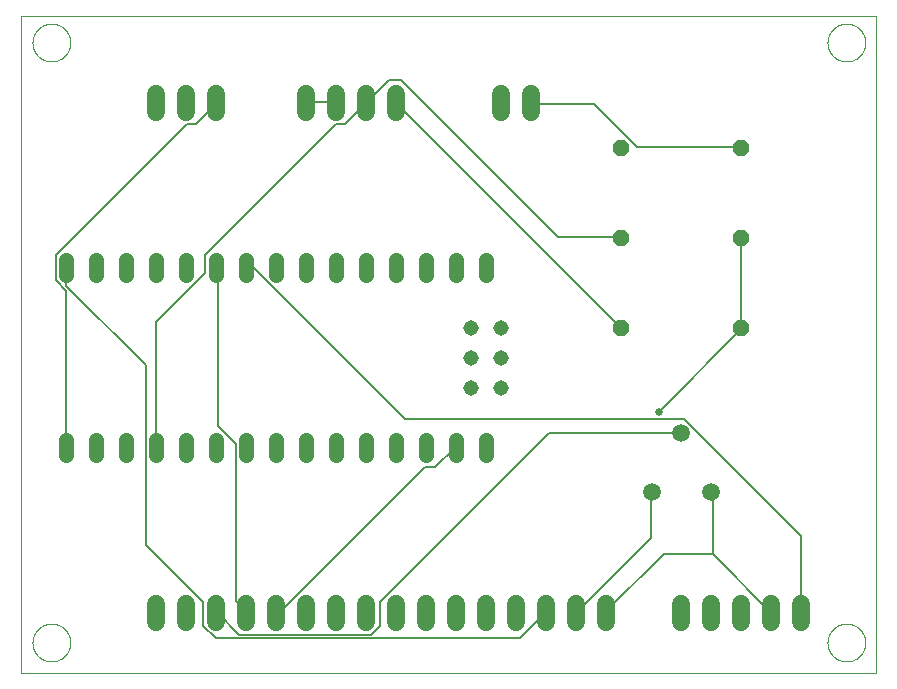
<source format=gtl>
G75*
%MOIN*%
%OFA0B0*%
%FSLAX25Y25*%
%IPPOS*%
%LPD*%
%AMOC8*
5,1,8,0,0,1.08239X$1,22.5*
%
%ADD10C,0.00000*%
%ADD11C,0.06000*%
%ADD12C,0.05937*%
%ADD13OC8,0.05200*%
%ADD14C,0.05150*%
%ADD15C,0.05150*%
%ADD16C,0.00600*%
%ADD17C,0.02578*%
D10*
X0001000Y0001000D02*
X0001000Y0219701D01*
X0285921Y0219701D01*
X0285921Y0001000D01*
X0001000Y0001000D01*
X0004701Y0011000D02*
X0004703Y0011158D01*
X0004709Y0011316D01*
X0004719Y0011474D01*
X0004733Y0011632D01*
X0004751Y0011789D01*
X0004772Y0011946D01*
X0004798Y0012102D01*
X0004828Y0012258D01*
X0004861Y0012413D01*
X0004899Y0012566D01*
X0004940Y0012719D01*
X0004985Y0012871D01*
X0005034Y0013022D01*
X0005087Y0013171D01*
X0005143Y0013319D01*
X0005203Y0013465D01*
X0005267Y0013610D01*
X0005335Y0013753D01*
X0005406Y0013895D01*
X0005480Y0014035D01*
X0005558Y0014172D01*
X0005640Y0014308D01*
X0005724Y0014442D01*
X0005813Y0014573D01*
X0005904Y0014702D01*
X0005999Y0014829D01*
X0006096Y0014954D01*
X0006197Y0015076D01*
X0006301Y0015195D01*
X0006408Y0015312D01*
X0006518Y0015426D01*
X0006631Y0015537D01*
X0006746Y0015646D01*
X0006864Y0015751D01*
X0006985Y0015853D01*
X0007108Y0015953D01*
X0007234Y0016049D01*
X0007362Y0016142D01*
X0007492Y0016232D01*
X0007625Y0016318D01*
X0007760Y0016402D01*
X0007896Y0016481D01*
X0008035Y0016558D01*
X0008176Y0016630D01*
X0008318Y0016700D01*
X0008462Y0016765D01*
X0008608Y0016827D01*
X0008755Y0016885D01*
X0008904Y0016940D01*
X0009054Y0016991D01*
X0009205Y0017038D01*
X0009357Y0017081D01*
X0009510Y0017120D01*
X0009665Y0017156D01*
X0009820Y0017187D01*
X0009976Y0017215D01*
X0010132Y0017239D01*
X0010289Y0017259D01*
X0010447Y0017275D01*
X0010604Y0017287D01*
X0010763Y0017295D01*
X0010921Y0017299D01*
X0011079Y0017299D01*
X0011237Y0017295D01*
X0011396Y0017287D01*
X0011553Y0017275D01*
X0011711Y0017259D01*
X0011868Y0017239D01*
X0012024Y0017215D01*
X0012180Y0017187D01*
X0012335Y0017156D01*
X0012490Y0017120D01*
X0012643Y0017081D01*
X0012795Y0017038D01*
X0012946Y0016991D01*
X0013096Y0016940D01*
X0013245Y0016885D01*
X0013392Y0016827D01*
X0013538Y0016765D01*
X0013682Y0016700D01*
X0013824Y0016630D01*
X0013965Y0016558D01*
X0014104Y0016481D01*
X0014240Y0016402D01*
X0014375Y0016318D01*
X0014508Y0016232D01*
X0014638Y0016142D01*
X0014766Y0016049D01*
X0014892Y0015953D01*
X0015015Y0015853D01*
X0015136Y0015751D01*
X0015254Y0015646D01*
X0015369Y0015537D01*
X0015482Y0015426D01*
X0015592Y0015312D01*
X0015699Y0015195D01*
X0015803Y0015076D01*
X0015904Y0014954D01*
X0016001Y0014829D01*
X0016096Y0014702D01*
X0016187Y0014573D01*
X0016276Y0014442D01*
X0016360Y0014308D01*
X0016442Y0014172D01*
X0016520Y0014035D01*
X0016594Y0013895D01*
X0016665Y0013753D01*
X0016733Y0013610D01*
X0016797Y0013465D01*
X0016857Y0013319D01*
X0016913Y0013171D01*
X0016966Y0013022D01*
X0017015Y0012871D01*
X0017060Y0012719D01*
X0017101Y0012566D01*
X0017139Y0012413D01*
X0017172Y0012258D01*
X0017202Y0012102D01*
X0017228Y0011946D01*
X0017249Y0011789D01*
X0017267Y0011632D01*
X0017281Y0011474D01*
X0017291Y0011316D01*
X0017297Y0011158D01*
X0017299Y0011000D01*
X0017297Y0010842D01*
X0017291Y0010684D01*
X0017281Y0010526D01*
X0017267Y0010368D01*
X0017249Y0010211D01*
X0017228Y0010054D01*
X0017202Y0009898D01*
X0017172Y0009742D01*
X0017139Y0009587D01*
X0017101Y0009434D01*
X0017060Y0009281D01*
X0017015Y0009129D01*
X0016966Y0008978D01*
X0016913Y0008829D01*
X0016857Y0008681D01*
X0016797Y0008535D01*
X0016733Y0008390D01*
X0016665Y0008247D01*
X0016594Y0008105D01*
X0016520Y0007965D01*
X0016442Y0007828D01*
X0016360Y0007692D01*
X0016276Y0007558D01*
X0016187Y0007427D01*
X0016096Y0007298D01*
X0016001Y0007171D01*
X0015904Y0007046D01*
X0015803Y0006924D01*
X0015699Y0006805D01*
X0015592Y0006688D01*
X0015482Y0006574D01*
X0015369Y0006463D01*
X0015254Y0006354D01*
X0015136Y0006249D01*
X0015015Y0006147D01*
X0014892Y0006047D01*
X0014766Y0005951D01*
X0014638Y0005858D01*
X0014508Y0005768D01*
X0014375Y0005682D01*
X0014240Y0005598D01*
X0014104Y0005519D01*
X0013965Y0005442D01*
X0013824Y0005370D01*
X0013682Y0005300D01*
X0013538Y0005235D01*
X0013392Y0005173D01*
X0013245Y0005115D01*
X0013096Y0005060D01*
X0012946Y0005009D01*
X0012795Y0004962D01*
X0012643Y0004919D01*
X0012490Y0004880D01*
X0012335Y0004844D01*
X0012180Y0004813D01*
X0012024Y0004785D01*
X0011868Y0004761D01*
X0011711Y0004741D01*
X0011553Y0004725D01*
X0011396Y0004713D01*
X0011237Y0004705D01*
X0011079Y0004701D01*
X0010921Y0004701D01*
X0010763Y0004705D01*
X0010604Y0004713D01*
X0010447Y0004725D01*
X0010289Y0004741D01*
X0010132Y0004761D01*
X0009976Y0004785D01*
X0009820Y0004813D01*
X0009665Y0004844D01*
X0009510Y0004880D01*
X0009357Y0004919D01*
X0009205Y0004962D01*
X0009054Y0005009D01*
X0008904Y0005060D01*
X0008755Y0005115D01*
X0008608Y0005173D01*
X0008462Y0005235D01*
X0008318Y0005300D01*
X0008176Y0005370D01*
X0008035Y0005442D01*
X0007896Y0005519D01*
X0007760Y0005598D01*
X0007625Y0005682D01*
X0007492Y0005768D01*
X0007362Y0005858D01*
X0007234Y0005951D01*
X0007108Y0006047D01*
X0006985Y0006147D01*
X0006864Y0006249D01*
X0006746Y0006354D01*
X0006631Y0006463D01*
X0006518Y0006574D01*
X0006408Y0006688D01*
X0006301Y0006805D01*
X0006197Y0006924D01*
X0006096Y0007046D01*
X0005999Y0007171D01*
X0005904Y0007298D01*
X0005813Y0007427D01*
X0005724Y0007558D01*
X0005640Y0007692D01*
X0005558Y0007828D01*
X0005480Y0007965D01*
X0005406Y0008105D01*
X0005335Y0008247D01*
X0005267Y0008390D01*
X0005203Y0008535D01*
X0005143Y0008681D01*
X0005087Y0008829D01*
X0005034Y0008978D01*
X0004985Y0009129D01*
X0004940Y0009281D01*
X0004899Y0009434D01*
X0004861Y0009587D01*
X0004828Y0009742D01*
X0004798Y0009898D01*
X0004772Y0010054D01*
X0004751Y0010211D01*
X0004733Y0010368D01*
X0004719Y0010526D01*
X0004709Y0010684D01*
X0004703Y0010842D01*
X0004701Y0011000D01*
X0004701Y0211000D02*
X0004703Y0211158D01*
X0004709Y0211316D01*
X0004719Y0211474D01*
X0004733Y0211632D01*
X0004751Y0211789D01*
X0004772Y0211946D01*
X0004798Y0212102D01*
X0004828Y0212258D01*
X0004861Y0212413D01*
X0004899Y0212566D01*
X0004940Y0212719D01*
X0004985Y0212871D01*
X0005034Y0213022D01*
X0005087Y0213171D01*
X0005143Y0213319D01*
X0005203Y0213465D01*
X0005267Y0213610D01*
X0005335Y0213753D01*
X0005406Y0213895D01*
X0005480Y0214035D01*
X0005558Y0214172D01*
X0005640Y0214308D01*
X0005724Y0214442D01*
X0005813Y0214573D01*
X0005904Y0214702D01*
X0005999Y0214829D01*
X0006096Y0214954D01*
X0006197Y0215076D01*
X0006301Y0215195D01*
X0006408Y0215312D01*
X0006518Y0215426D01*
X0006631Y0215537D01*
X0006746Y0215646D01*
X0006864Y0215751D01*
X0006985Y0215853D01*
X0007108Y0215953D01*
X0007234Y0216049D01*
X0007362Y0216142D01*
X0007492Y0216232D01*
X0007625Y0216318D01*
X0007760Y0216402D01*
X0007896Y0216481D01*
X0008035Y0216558D01*
X0008176Y0216630D01*
X0008318Y0216700D01*
X0008462Y0216765D01*
X0008608Y0216827D01*
X0008755Y0216885D01*
X0008904Y0216940D01*
X0009054Y0216991D01*
X0009205Y0217038D01*
X0009357Y0217081D01*
X0009510Y0217120D01*
X0009665Y0217156D01*
X0009820Y0217187D01*
X0009976Y0217215D01*
X0010132Y0217239D01*
X0010289Y0217259D01*
X0010447Y0217275D01*
X0010604Y0217287D01*
X0010763Y0217295D01*
X0010921Y0217299D01*
X0011079Y0217299D01*
X0011237Y0217295D01*
X0011396Y0217287D01*
X0011553Y0217275D01*
X0011711Y0217259D01*
X0011868Y0217239D01*
X0012024Y0217215D01*
X0012180Y0217187D01*
X0012335Y0217156D01*
X0012490Y0217120D01*
X0012643Y0217081D01*
X0012795Y0217038D01*
X0012946Y0216991D01*
X0013096Y0216940D01*
X0013245Y0216885D01*
X0013392Y0216827D01*
X0013538Y0216765D01*
X0013682Y0216700D01*
X0013824Y0216630D01*
X0013965Y0216558D01*
X0014104Y0216481D01*
X0014240Y0216402D01*
X0014375Y0216318D01*
X0014508Y0216232D01*
X0014638Y0216142D01*
X0014766Y0216049D01*
X0014892Y0215953D01*
X0015015Y0215853D01*
X0015136Y0215751D01*
X0015254Y0215646D01*
X0015369Y0215537D01*
X0015482Y0215426D01*
X0015592Y0215312D01*
X0015699Y0215195D01*
X0015803Y0215076D01*
X0015904Y0214954D01*
X0016001Y0214829D01*
X0016096Y0214702D01*
X0016187Y0214573D01*
X0016276Y0214442D01*
X0016360Y0214308D01*
X0016442Y0214172D01*
X0016520Y0214035D01*
X0016594Y0213895D01*
X0016665Y0213753D01*
X0016733Y0213610D01*
X0016797Y0213465D01*
X0016857Y0213319D01*
X0016913Y0213171D01*
X0016966Y0213022D01*
X0017015Y0212871D01*
X0017060Y0212719D01*
X0017101Y0212566D01*
X0017139Y0212413D01*
X0017172Y0212258D01*
X0017202Y0212102D01*
X0017228Y0211946D01*
X0017249Y0211789D01*
X0017267Y0211632D01*
X0017281Y0211474D01*
X0017291Y0211316D01*
X0017297Y0211158D01*
X0017299Y0211000D01*
X0017297Y0210842D01*
X0017291Y0210684D01*
X0017281Y0210526D01*
X0017267Y0210368D01*
X0017249Y0210211D01*
X0017228Y0210054D01*
X0017202Y0209898D01*
X0017172Y0209742D01*
X0017139Y0209587D01*
X0017101Y0209434D01*
X0017060Y0209281D01*
X0017015Y0209129D01*
X0016966Y0208978D01*
X0016913Y0208829D01*
X0016857Y0208681D01*
X0016797Y0208535D01*
X0016733Y0208390D01*
X0016665Y0208247D01*
X0016594Y0208105D01*
X0016520Y0207965D01*
X0016442Y0207828D01*
X0016360Y0207692D01*
X0016276Y0207558D01*
X0016187Y0207427D01*
X0016096Y0207298D01*
X0016001Y0207171D01*
X0015904Y0207046D01*
X0015803Y0206924D01*
X0015699Y0206805D01*
X0015592Y0206688D01*
X0015482Y0206574D01*
X0015369Y0206463D01*
X0015254Y0206354D01*
X0015136Y0206249D01*
X0015015Y0206147D01*
X0014892Y0206047D01*
X0014766Y0205951D01*
X0014638Y0205858D01*
X0014508Y0205768D01*
X0014375Y0205682D01*
X0014240Y0205598D01*
X0014104Y0205519D01*
X0013965Y0205442D01*
X0013824Y0205370D01*
X0013682Y0205300D01*
X0013538Y0205235D01*
X0013392Y0205173D01*
X0013245Y0205115D01*
X0013096Y0205060D01*
X0012946Y0205009D01*
X0012795Y0204962D01*
X0012643Y0204919D01*
X0012490Y0204880D01*
X0012335Y0204844D01*
X0012180Y0204813D01*
X0012024Y0204785D01*
X0011868Y0204761D01*
X0011711Y0204741D01*
X0011553Y0204725D01*
X0011396Y0204713D01*
X0011237Y0204705D01*
X0011079Y0204701D01*
X0010921Y0204701D01*
X0010763Y0204705D01*
X0010604Y0204713D01*
X0010447Y0204725D01*
X0010289Y0204741D01*
X0010132Y0204761D01*
X0009976Y0204785D01*
X0009820Y0204813D01*
X0009665Y0204844D01*
X0009510Y0204880D01*
X0009357Y0204919D01*
X0009205Y0204962D01*
X0009054Y0205009D01*
X0008904Y0205060D01*
X0008755Y0205115D01*
X0008608Y0205173D01*
X0008462Y0205235D01*
X0008318Y0205300D01*
X0008176Y0205370D01*
X0008035Y0205442D01*
X0007896Y0205519D01*
X0007760Y0205598D01*
X0007625Y0205682D01*
X0007492Y0205768D01*
X0007362Y0205858D01*
X0007234Y0205951D01*
X0007108Y0206047D01*
X0006985Y0206147D01*
X0006864Y0206249D01*
X0006746Y0206354D01*
X0006631Y0206463D01*
X0006518Y0206574D01*
X0006408Y0206688D01*
X0006301Y0206805D01*
X0006197Y0206924D01*
X0006096Y0207046D01*
X0005999Y0207171D01*
X0005904Y0207298D01*
X0005813Y0207427D01*
X0005724Y0207558D01*
X0005640Y0207692D01*
X0005558Y0207828D01*
X0005480Y0207965D01*
X0005406Y0208105D01*
X0005335Y0208247D01*
X0005267Y0208390D01*
X0005203Y0208535D01*
X0005143Y0208681D01*
X0005087Y0208829D01*
X0005034Y0208978D01*
X0004985Y0209129D01*
X0004940Y0209281D01*
X0004899Y0209434D01*
X0004861Y0209587D01*
X0004828Y0209742D01*
X0004798Y0209898D01*
X0004772Y0210054D01*
X0004751Y0210211D01*
X0004733Y0210368D01*
X0004719Y0210526D01*
X0004709Y0210684D01*
X0004703Y0210842D01*
X0004701Y0211000D01*
X0269701Y0211000D02*
X0269703Y0211158D01*
X0269709Y0211316D01*
X0269719Y0211474D01*
X0269733Y0211632D01*
X0269751Y0211789D01*
X0269772Y0211946D01*
X0269798Y0212102D01*
X0269828Y0212258D01*
X0269861Y0212413D01*
X0269899Y0212566D01*
X0269940Y0212719D01*
X0269985Y0212871D01*
X0270034Y0213022D01*
X0270087Y0213171D01*
X0270143Y0213319D01*
X0270203Y0213465D01*
X0270267Y0213610D01*
X0270335Y0213753D01*
X0270406Y0213895D01*
X0270480Y0214035D01*
X0270558Y0214172D01*
X0270640Y0214308D01*
X0270724Y0214442D01*
X0270813Y0214573D01*
X0270904Y0214702D01*
X0270999Y0214829D01*
X0271096Y0214954D01*
X0271197Y0215076D01*
X0271301Y0215195D01*
X0271408Y0215312D01*
X0271518Y0215426D01*
X0271631Y0215537D01*
X0271746Y0215646D01*
X0271864Y0215751D01*
X0271985Y0215853D01*
X0272108Y0215953D01*
X0272234Y0216049D01*
X0272362Y0216142D01*
X0272492Y0216232D01*
X0272625Y0216318D01*
X0272760Y0216402D01*
X0272896Y0216481D01*
X0273035Y0216558D01*
X0273176Y0216630D01*
X0273318Y0216700D01*
X0273462Y0216765D01*
X0273608Y0216827D01*
X0273755Y0216885D01*
X0273904Y0216940D01*
X0274054Y0216991D01*
X0274205Y0217038D01*
X0274357Y0217081D01*
X0274510Y0217120D01*
X0274665Y0217156D01*
X0274820Y0217187D01*
X0274976Y0217215D01*
X0275132Y0217239D01*
X0275289Y0217259D01*
X0275447Y0217275D01*
X0275604Y0217287D01*
X0275763Y0217295D01*
X0275921Y0217299D01*
X0276079Y0217299D01*
X0276237Y0217295D01*
X0276396Y0217287D01*
X0276553Y0217275D01*
X0276711Y0217259D01*
X0276868Y0217239D01*
X0277024Y0217215D01*
X0277180Y0217187D01*
X0277335Y0217156D01*
X0277490Y0217120D01*
X0277643Y0217081D01*
X0277795Y0217038D01*
X0277946Y0216991D01*
X0278096Y0216940D01*
X0278245Y0216885D01*
X0278392Y0216827D01*
X0278538Y0216765D01*
X0278682Y0216700D01*
X0278824Y0216630D01*
X0278965Y0216558D01*
X0279104Y0216481D01*
X0279240Y0216402D01*
X0279375Y0216318D01*
X0279508Y0216232D01*
X0279638Y0216142D01*
X0279766Y0216049D01*
X0279892Y0215953D01*
X0280015Y0215853D01*
X0280136Y0215751D01*
X0280254Y0215646D01*
X0280369Y0215537D01*
X0280482Y0215426D01*
X0280592Y0215312D01*
X0280699Y0215195D01*
X0280803Y0215076D01*
X0280904Y0214954D01*
X0281001Y0214829D01*
X0281096Y0214702D01*
X0281187Y0214573D01*
X0281276Y0214442D01*
X0281360Y0214308D01*
X0281442Y0214172D01*
X0281520Y0214035D01*
X0281594Y0213895D01*
X0281665Y0213753D01*
X0281733Y0213610D01*
X0281797Y0213465D01*
X0281857Y0213319D01*
X0281913Y0213171D01*
X0281966Y0213022D01*
X0282015Y0212871D01*
X0282060Y0212719D01*
X0282101Y0212566D01*
X0282139Y0212413D01*
X0282172Y0212258D01*
X0282202Y0212102D01*
X0282228Y0211946D01*
X0282249Y0211789D01*
X0282267Y0211632D01*
X0282281Y0211474D01*
X0282291Y0211316D01*
X0282297Y0211158D01*
X0282299Y0211000D01*
X0282297Y0210842D01*
X0282291Y0210684D01*
X0282281Y0210526D01*
X0282267Y0210368D01*
X0282249Y0210211D01*
X0282228Y0210054D01*
X0282202Y0209898D01*
X0282172Y0209742D01*
X0282139Y0209587D01*
X0282101Y0209434D01*
X0282060Y0209281D01*
X0282015Y0209129D01*
X0281966Y0208978D01*
X0281913Y0208829D01*
X0281857Y0208681D01*
X0281797Y0208535D01*
X0281733Y0208390D01*
X0281665Y0208247D01*
X0281594Y0208105D01*
X0281520Y0207965D01*
X0281442Y0207828D01*
X0281360Y0207692D01*
X0281276Y0207558D01*
X0281187Y0207427D01*
X0281096Y0207298D01*
X0281001Y0207171D01*
X0280904Y0207046D01*
X0280803Y0206924D01*
X0280699Y0206805D01*
X0280592Y0206688D01*
X0280482Y0206574D01*
X0280369Y0206463D01*
X0280254Y0206354D01*
X0280136Y0206249D01*
X0280015Y0206147D01*
X0279892Y0206047D01*
X0279766Y0205951D01*
X0279638Y0205858D01*
X0279508Y0205768D01*
X0279375Y0205682D01*
X0279240Y0205598D01*
X0279104Y0205519D01*
X0278965Y0205442D01*
X0278824Y0205370D01*
X0278682Y0205300D01*
X0278538Y0205235D01*
X0278392Y0205173D01*
X0278245Y0205115D01*
X0278096Y0205060D01*
X0277946Y0205009D01*
X0277795Y0204962D01*
X0277643Y0204919D01*
X0277490Y0204880D01*
X0277335Y0204844D01*
X0277180Y0204813D01*
X0277024Y0204785D01*
X0276868Y0204761D01*
X0276711Y0204741D01*
X0276553Y0204725D01*
X0276396Y0204713D01*
X0276237Y0204705D01*
X0276079Y0204701D01*
X0275921Y0204701D01*
X0275763Y0204705D01*
X0275604Y0204713D01*
X0275447Y0204725D01*
X0275289Y0204741D01*
X0275132Y0204761D01*
X0274976Y0204785D01*
X0274820Y0204813D01*
X0274665Y0204844D01*
X0274510Y0204880D01*
X0274357Y0204919D01*
X0274205Y0204962D01*
X0274054Y0205009D01*
X0273904Y0205060D01*
X0273755Y0205115D01*
X0273608Y0205173D01*
X0273462Y0205235D01*
X0273318Y0205300D01*
X0273176Y0205370D01*
X0273035Y0205442D01*
X0272896Y0205519D01*
X0272760Y0205598D01*
X0272625Y0205682D01*
X0272492Y0205768D01*
X0272362Y0205858D01*
X0272234Y0205951D01*
X0272108Y0206047D01*
X0271985Y0206147D01*
X0271864Y0206249D01*
X0271746Y0206354D01*
X0271631Y0206463D01*
X0271518Y0206574D01*
X0271408Y0206688D01*
X0271301Y0206805D01*
X0271197Y0206924D01*
X0271096Y0207046D01*
X0270999Y0207171D01*
X0270904Y0207298D01*
X0270813Y0207427D01*
X0270724Y0207558D01*
X0270640Y0207692D01*
X0270558Y0207828D01*
X0270480Y0207965D01*
X0270406Y0208105D01*
X0270335Y0208247D01*
X0270267Y0208390D01*
X0270203Y0208535D01*
X0270143Y0208681D01*
X0270087Y0208829D01*
X0270034Y0208978D01*
X0269985Y0209129D01*
X0269940Y0209281D01*
X0269899Y0209434D01*
X0269861Y0209587D01*
X0269828Y0209742D01*
X0269798Y0209898D01*
X0269772Y0210054D01*
X0269751Y0210211D01*
X0269733Y0210368D01*
X0269719Y0210526D01*
X0269709Y0210684D01*
X0269703Y0210842D01*
X0269701Y0211000D01*
X0269701Y0011000D02*
X0269703Y0011158D01*
X0269709Y0011316D01*
X0269719Y0011474D01*
X0269733Y0011632D01*
X0269751Y0011789D01*
X0269772Y0011946D01*
X0269798Y0012102D01*
X0269828Y0012258D01*
X0269861Y0012413D01*
X0269899Y0012566D01*
X0269940Y0012719D01*
X0269985Y0012871D01*
X0270034Y0013022D01*
X0270087Y0013171D01*
X0270143Y0013319D01*
X0270203Y0013465D01*
X0270267Y0013610D01*
X0270335Y0013753D01*
X0270406Y0013895D01*
X0270480Y0014035D01*
X0270558Y0014172D01*
X0270640Y0014308D01*
X0270724Y0014442D01*
X0270813Y0014573D01*
X0270904Y0014702D01*
X0270999Y0014829D01*
X0271096Y0014954D01*
X0271197Y0015076D01*
X0271301Y0015195D01*
X0271408Y0015312D01*
X0271518Y0015426D01*
X0271631Y0015537D01*
X0271746Y0015646D01*
X0271864Y0015751D01*
X0271985Y0015853D01*
X0272108Y0015953D01*
X0272234Y0016049D01*
X0272362Y0016142D01*
X0272492Y0016232D01*
X0272625Y0016318D01*
X0272760Y0016402D01*
X0272896Y0016481D01*
X0273035Y0016558D01*
X0273176Y0016630D01*
X0273318Y0016700D01*
X0273462Y0016765D01*
X0273608Y0016827D01*
X0273755Y0016885D01*
X0273904Y0016940D01*
X0274054Y0016991D01*
X0274205Y0017038D01*
X0274357Y0017081D01*
X0274510Y0017120D01*
X0274665Y0017156D01*
X0274820Y0017187D01*
X0274976Y0017215D01*
X0275132Y0017239D01*
X0275289Y0017259D01*
X0275447Y0017275D01*
X0275604Y0017287D01*
X0275763Y0017295D01*
X0275921Y0017299D01*
X0276079Y0017299D01*
X0276237Y0017295D01*
X0276396Y0017287D01*
X0276553Y0017275D01*
X0276711Y0017259D01*
X0276868Y0017239D01*
X0277024Y0017215D01*
X0277180Y0017187D01*
X0277335Y0017156D01*
X0277490Y0017120D01*
X0277643Y0017081D01*
X0277795Y0017038D01*
X0277946Y0016991D01*
X0278096Y0016940D01*
X0278245Y0016885D01*
X0278392Y0016827D01*
X0278538Y0016765D01*
X0278682Y0016700D01*
X0278824Y0016630D01*
X0278965Y0016558D01*
X0279104Y0016481D01*
X0279240Y0016402D01*
X0279375Y0016318D01*
X0279508Y0016232D01*
X0279638Y0016142D01*
X0279766Y0016049D01*
X0279892Y0015953D01*
X0280015Y0015853D01*
X0280136Y0015751D01*
X0280254Y0015646D01*
X0280369Y0015537D01*
X0280482Y0015426D01*
X0280592Y0015312D01*
X0280699Y0015195D01*
X0280803Y0015076D01*
X0280904Y0014954D01*
X0281001Y0014829D01*
X0281096Y0014702D01*
X0281187Y0014573D01*
X0281276Y0014442D01*
X0281360Y0014308D01*
X0281442Y0014172D01*
X0281520Y0014035D01*
X0281594Y0013895D01*
X0281665Y0013753D01*
X0281733Y0013610D01*
X0281797Y0013465D01*
X0281857Y0013319D01*
X0281913Y0013171D01*
X0281966Y0013022D01*
X0282015Y0012871D01*
X0282060Y0012719D01*
X0282101Y0012566D01*
X0282139Y0012413D01*
X0282172Y0012258D01*
X0282202Y0012102D01*
X0282228Y0011946D01*
X0282249Y0011789D01*
X0282267Y0011632D01*
X0282281Y0011474D01*
X0282291Y0011316D01*
X0282297Y0011158D01*
X0282299Y0011000D01*
X0282297Y0010842D01*
X0282291Y0010684D01*
X0282281Y0010526D01*
X0282267Y0010368D01*
X0282249Y0010211D01*
X0282228Y0010054D01*
X0282202Y0009898D01*
X0282172Y0009742D01*
X0282139Y0009587D01*
X0282101Y0009434D01*
X0282060Y0009281D01*
X0282015Y0009129D01*
X0281966Y0008978D01*
X0281913Y0008829D01*
X0281857Y0008681D01*
X0281797Y0008535D01*
X0281733Y0008390D01*
X0281665Y0008247D01*
X0281594Y0008105D01*
X0281520Y0007965D01*
X0281442Y0007828D01*
X0281360Y0007692D01*
X0281276Y0007558D01*
X0281187Y0007427D01*
X0281096Y0007298D01*
X0281001Y0007171D01*
X0280904Y0007046D01*
X0280803Y0006924D01*
X0280699Y0006805D01*
X0280592Y0006688D01*
X0280482Y0006574D01*
X0280369Y0006463D01*
X0280254Y0006354D01*
X0280136Y0006249D01*
X0280015Y0006147D01*
X0279892Y0006047D01*
X0279766Y0005951D01*
X0279638Y0005858D01*
X0279508Y0005768D01*
X0279375Y0005682D01*
X0279240Y0005598D01*
X0279104Y0005519D01*
X0278965Y0005442D01*
X0278824Y0005370D01*
X0278682Y0005300D01*
X0278538Y0005235D01*
X0278392Y0005173D01*
X0278245Y0005115D01*
X0278096Y0005060D01*
X0277946Y0005009D01*
X0277795Y0004962D01*
X0277643Y0004919D01*
X0277490Y0004880D01*
X0277335Y0004844D01*
X0277180Y0004813D01*
X0277024Y0004785D01*
X0276868Y0004761D01*
X0276711Y0004741D01*
X0276553Y0004725D01*
X0276396Y0004713D01*
X0276237Y0004705D01*
X0276079Y0004701D01*
X0275921Y0004701D01*
X0275763Y0004705D01*
X0275604Y0004713D01*
X0275447Y0004725D01*
X0275289Y0004741D01*
X0275132Y0004761D01*
X0274976Y0004785D01*
X0274820Y0004813D01*
X0274665Y0004844D01*
X0274510Y0004880D01*
X0274357Y0004919D01*
X0274205Y0004962D01*
X0274054Y0005009D01*
X0273904Y0005060D01*
X0273755Y0005115D01*
X0273608Y0005173D01*
X0273462Y0005235D01*
X0273318Y0005300D01*
X0273176Y0005370D01*
X0273035Y0005442D01*
X0272896Y0005519D01*
X0272760Y0005598D01*
X0272625Y0005682D01*
X0272492Y0005768D01*
X0272362Y0005858D01*
X0272234Y0005951D01*
X0272108Y0006047D01*
X0271985Y0006147D01*
X0271864Y0006249D01*
X0271746Y0006354D01*
X0271631Y0006463D01*
X0271518Y0006574D01*
X0271408Y0006688D01*
X0271301Y0006805D01*
X0271197Y0006924D01*
X0271096Y0007046D01*
X0270999Y0007171D01*
X0270904Y0007298D01*
X0270813Y0007427D01*
X0270724Y0007558D01*
X0270640Y0007692D01*
X0270558Y0007828D01*
X0270480Y0007965D01*
X0270406Y0008105D01*
X0270335Y0008247D01*
X0270267Y0008390D01*
X0270203Y0008535D01*
X0270143Y0008681D01*
X0270087Y0008829D01*
X0270034Y0008978D01*
X0269985Y0009129D01*
X0269940Y0009281D01*
X0269899Y0009434D01*
X0269861Y0009587D01*
X0269828Y0009742D01*
X0269798Y0009898D01*
X0269772Y0010054D01*
X0269751Y0010211D01*
X0269733Y0010368D01*
X0269719Y0010526D01*
X0269709Y0010684D01*
X0269703Y0010842D01*
X0269701Y0011000D01*
D11*
X0261000Y0018000D02*
X0261000Y0024000D01*
X0251000Y0024000D02*
X0251000Y0018000D01*
X0241000Y0018000D02*
X0241000Y0024000D01*
X0231000Y0024000D02*
X0231000Y0018000D01*
X0221000Y0018000D02*
X0221000Y0024000D01*
X0196000Y0024000D02*
X0196000Y0018000D01*
X0186000Y0018000D02*
X0186000Y0024000D01*
X0176000Y0024000D02*
X0176000Y0018000D01*
X0166000Y0018000D02*
X0166000Y0024000D01*
X0156000Y0024000D02*
X0156000Y0018000D01*
X0146000Y0018000D02*
X0146000Y0024000D01*
X0136000Y0024000D02*
X0136000Y0018000D01*
X0126000Y0018000D02*
X0126000Y0024000D01*
X0116000Y0024000D02*
X0116000Y0018000D01*
X0106000Y0018000D02*
X0106000Y0024000D01*
X0096000Y0024000D02*
X0096000Y0018000D01*
X0086000Y0018000D02*
X0086000Y0024000D01*
X0076000Y0024000D02*
X0076000Y0018000D01*
X0066000Y0018000D02*
X0066000Y0024000D01*
X0056000Y0024000D02*
X0056000Y0018000D01*
X0046000Y0018000D02*
X0046000Y0024000D01*
X0046000Y0188000D02*
X0046000Y0194000D01*
X0056000Y0194000D02*
X0056000Y0188000D01*
X0066000Y0188000D02*
X0066000Y0194000D01*
X0096000Y0194000D02*
X0096000Y0188000D01*
X0106000Y0188000D02*
X0106000Y0194000D01*
X0116000Y0194000D02*
X0116000Y0188000D01*
X0126000Y0188000D02*
X0126000Y0194000D01*
X0161000Y0194000D02*
X0161000Y0188000D01*
X0171000Y0188000D02*
X0171000Y0194000D01*
D12*
X0221000Y0080843D03*
X0211157Y0061157D03*
X0230843Y0061157D03*
D13*
X0241000Y0116000D03*
X0201000Y0116000D03*
X0201000Y0146000D03*
X0201000Y0176000D03*
X0241000Y0176000D03*
X0241000Y0146000D03*
D14*
X0156000Y0138575D02*
X0156000Y0133425D01*
X0146000Y0133425D02*
X0146000Y0138575D01*
X0136000Y0138575D02*
X0136000Y0133425D01*
X0126000Y0133425D02*
X0126000Y0138575D01*
X0116000Y0138575D02*
X0116000Y0133425D01*
X0106000Y0133425D02*
X0106000Y0138575D01*
X0096000Y0138575D02*
X0096000Y0133425D01*
X0086000Y0133425D02*
X0086000Y0138575D01*
X0076000Y0138575D02*
X0076000Y0133425D01*
X0066000Y0133425D02*
X0066000Y0138575D01*
X0056000Y0138575D02*
X0056000Y0133425D01*
X0046000Y0133425D02*
X0046000Y0138575D01*
X0036000Y0138575D02*
X0036000Y0133425D01*
X0026000Y0133425D02*
X0026000Y0138575D01*
X0016000Y0138575D02*
X0016000Y0133425D01*
X0016000Y0078575D02*
X0016000Y0073425D01*
X0026000Y0073425D02*
X0026000Y0078575D01*
X0036000Y0078575D02*
X0036000Y0073425D01*
X0046000Y0073425D02*
X0046000Y0078575D01*
X0056000Y0078575D02*
X0056000Y0073425D01*
X0066000Y0073425D02*
X0066000Y0078575D01*
X0076000Y0078575D02*
X0076000Y0073425D01*
X0086000Y0073425D02*
X0086000Y0078575D01*
X0096000Y0078575D02*
X0096000Y0073425D01*
X0106000Y0073425D02*
X0106000Y0078575D01*
X0116000Y0078575D02*
X0116000Y0073425D01*
X0126000Y0073425D02*
X0126000Y0078575D01*
X0136000Y0078575D02*
X0136000Y0073425D01*
X0146000Y0073425D02*
X0146000Y0078575D01*
X0156000Y0078575D02*
X0156000Y0073425D01*
D15*
X0151000Y0096000D03*
X0161000Y0096000D03*
X0161000Y0106000D03*
X0161000Y0116000D03*
X0151000Y0116000D03*
X0151000Y0106000D03*
D16*
X0128800Y0085600D02*
X0221800Y0085600D01*
X0260800Y0046600D01*
X0260800Y0021400D01*
X0261000Y0021000D01*
X0251000Y0021000D02*
X0231400Y0040600D01*
X0215200Y0040600D01*
X0196000Y0021400D01*
X0196000Y0021000D01*
X0186000Y0021000D02*
X0211000Y0046000D01*
X0211000Y0061000D01*
X0211157Y0061157D01*
X0230843Y0061157D02*
X0231400Y0061000D01*
X0231400Y0040600D01*
X0221000Y0080843D02*
X0220600Y0080800D01*
X0176800Y0080800D01*
X0120400Y0024400D01*
X0120400Y0016600D01*
X0117400Y0013600D01*
X0073600Y0013600D01*
X0066400Y0020800D01*
X0066000Y0021000D01*
X0061600Y0024400D02*
X0061600Y0016600D01*
X0065800Y0012400D01*
X0167200Y0012400D01*
X0175600Y0020800D01*
X0176000Y0021000D01*
X0139000Y0069400D02*
X0135400Y0069400D01*
X0087400Y0021400D01*
X0086200Y0021400D01*
X0086000Y0021000D01*
X0076000Y0021000D02*
X0076000Y0021400D01*
X0072400Y0025000D01*
X0072400Y0077200D01*
X0066400Y0083200D01*
X0066400Y0136000D01*
X0066000Y0136000D01*
X0062200Y0134200D02*
X0062200Y0140200D01*
X0106000Y0184000D01*
X0109000Y0184000D01*
X0116000Y0191000D01*
X0123400Y0198400D01*
X0127600Y0198400D01*
X0179800Y0146200D01*
X0200800Y0146200D01*
X0201000Y0146000D01*
X0206200Y0176200D02*
X0191800Y0190600D01*
X0171400Y0190600D01*
X0171000Y0191000D01*
X0206200Y0176200D02*
X0241000Y0176200D01*
X0241000Y0176000D01*
X0241000Y0146000D02*
X0241000Y0116000D01*
X0241000Y0115600D01*
X0213400Y0088000D01*
X0201000Y0116000D02*
X0126000Y0191000D01*
X0106000Y0191200D02*
X0106000Y0191000D01*
X0106000Y0191200D02*
X0096400Y0191200D01*
X0096000Y0191000D01*
X0066000Y0191000D02*
X0065800Y0190600D01*
X0059200Y0184000D01*
X0056200Y0184000D01*
X0012400Y0140200D01*
X0012400Y0131800D01*
X0016000Y0128200D01*
X0016000Y0076000D01*
X0046000Y0076000D02*
X0046000Y0118000D01*
X0062200Y0134200D01*
X0076000Y0136000D02*
X0078400Y0136000D01*
X0128800Y0085600D01*
X0139000Y0069400D02*
X0145600Y0076000D01*
X0146000Y0076000D01*
X0061600Y0024400D02*
X0042400Y0043600D01*
X0042400Y0103600D01*
X0016000Y0130000D01*
X0016000Y0136000D01*
D17*
X0213400Y0088000D03*
M02*

</source>
